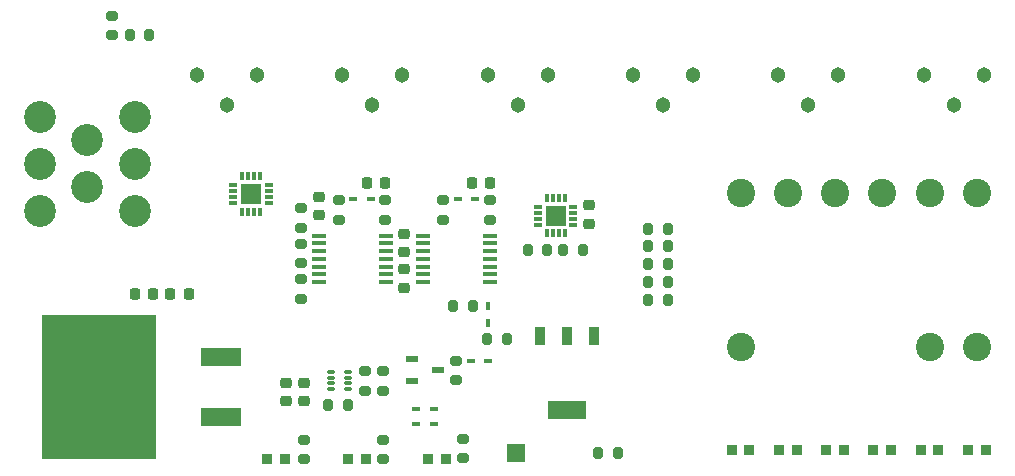
<source format=gbr>
%TF.GenerationSoftware,KiCad,Pcbnew,9.0.2*%
%TF.CreationDate,2025-06-15T01:16:02-07:00*%
%TF.ProjectId,SDM26_BSPD_1.0,53444d32-365f-4425-9350-445f312e302e,rev?*%
%TF.SameCoordinates,Original*%
%TF.FileFunction,Soldermask,Top*%
%TF.FilePolarity,Negative*%
%FSLAX46Y46*%
G04 Gerber Fmt 4.6, Leading zero omitted, Abs format (unit mm)*
G04 Created by KiCad (PCBNEW 9.0.2) date 2025-06-15 01:16:02*
%MOMM*%
%LPD*%
G01*
G04 APERTURE LIST*
G04 Aperture macros list*
%AMRoundRect*
0 Rectangle with rounded corners*
0 $1 Rounding radius*
0 $2 $3 $4 $5 $6 $7 $8 $9 X,Y pos of 4 corners*
0 Add a 4 corners polygon primitive as box body*
4,1,4,$2,$3,$4,$5,$6,$7,$8,$9,$2,$3,0*
0 Add four circle primitives for the rounded corners*
1,1,$1+$1,$2,$3*
1,1,$1+$1,$4,$5*
1,1,$1+$1,$6,$7*
1,1,$1+$1,$8,$9*
0 Add four rect primitives between the rounded corners*
20,1,$1+$1,$2,$3,$4,$5,0*
20,1,$1+$1,$4,$5,$6,$7,0*
20,1,$1+$1,$6,$7,$8,$9,0*
20,1,$1+$1,$8,$9,$2,$3,0*%
G04 Aperture macros list end*
%ADD10RoundRect,0.200000X-0.275000X0.200000X-0.275000X-0.200000X0.275000X-0.200000X0.275000X0.200000X0*%
%ADD11C,2.700000*%
%ADD12RoundRect,0.200000X0.275000X-0.200000X0.275000X0.200000X-0.275000X0.200000X-0.275000X-0.200000X0*%
%ADD13C,2.400000*%
%ADD14R,1.500000X1.500000*%
%ADD15R,0.950000X0.950000*%
%ADD16C,1.303000*%
%ADD17RoundRect,0.225000X-0.250000X0.225000X-0.250000X-0.225000X0.250000X-0.225000X0.250000X0.225000X0*%
%ADD18R,0.800000X0.300000*%
%ADD19R,0.300000X0.800000*%
%ADD20R,1.750000X1.750000*%
%ADD21RoundRect,0.225000X0.250000X-0.225000X0.250000X0.225000X-0.250000X0.225000X-0.250000X-0.225000X0*%
%ADD22R,0.640000X0.420000*%
%ADD23RoundRect,0.225000X-0.225000X-0.250000X0.225000X-0.250000X0.225000X0.250000X-0.225000X0.250000X0*%
%ADD24RoundRect,0.200000X0.200000X0.275000X-0.200000X0.275000X-0.200000X-0.275000X0.200000X-0.275000X0*%
%ADD25R,1.275000X0.450000*%
%ADD26R,0.420000X0.640000*%
%ADD27RoundRect,0.200000X-0.200000X-0.275000X0.200000X-0.275000X0.200000X0.275000X-0.200000X0.275000X0*%
%ADD28RoundRect,0.225000X0.225000X0.250000X-0.225000X0.250000X-0.225000X-0.250000X0.225000X-0.250000X0*%
%ADD29R,3.500000X1.600000*%
%ADD30R,9.750000X12.200000*%
%ADD31R,1.050000X0.600000*%
%ADD32R,0.950000X1.650000*%
%ADD33R,3.250000X1.650000*%
%ADD34RoundRect,0.050000X0.285000X0.100000X-0.285000X0.100000X-0.285000X-0.100000X0.285000X-0.100000X0*%
G04 APERTURE END LIST*
D10*
%TO.C,R5*%
X127800000Y-123275000D03*
X127800000Y-124925000D03*
%TD*%
D11*
%TO.C,J1*%
X113700000Y-109500000D03*
X113700000Y-113500000D03*
X113700000Y-117500000D03*
X109700000Y-111500000D03*
X109700000Y-115500000D03*
X105700000Y-109500000D03*
X105700000Y-113500000D03*
X105700000Y-117500000D03*
%TD*%
D10*
%TO.C,R8*%
X111800000Y-100975000D03*
X111800000Y-102625000D03*
%TD*%
D12*
%TO.C,R25*%
X134700000Y-132725000D03*
X134700000Y-131075000D03*
%TD*%
D13*
%TO.C,RED_TP2*%
X169000000Y-116000000D03*
%TD*%
D14*
%TO.C,TP1*%
X146000000Y-138000000D03*
%TD*%
D15*
%TO.C,LED2*%
X138550000Y-138500000D03*
X140050000Y-138500000D03*
%TD*%
D13*
%TO.C,RED_TP1*%
X165000000Y-116000000D03*
%TD*%
D16*
%TO.C,VR1*%
X119000000Y-106000000D03*
X121540000Y-108540000D03*
X124080000Y-106000000D03*
%TD*%
D12*
%TO.C,R11*%
X134700000Y-138525000D03*
X134700000Y-136875000D03*
%TD*%
%TO.C,R20*%
X140900000Y-131825000D03*
X140900000Y-130175000D03*
%TD*%
D17*
%TO.C,C9*%
X128000000Y-132025000D03*
X128000000Y-133575000D03*
%TD*%
D18*
%TO.C,IC1*%
X150850000Y-118650000D03*
X150850000Y-118150000D03*
X150850000Y-117650000D03*
X150850000Y-117150000D03*
D19*
X150100000Y-116400000D03*
X149600000Y-116400000D03*
X149100000Y-116400000D03*
X148600000Y-116400000D03*
D18*
X147850000Y-117150000D03*
X147850000Y-117650000D03*
X147850000Y-118150000D03*
X147850000Y-118650000D03*
D19*
X148600000Y-119400000D03*
X149100000Y-119400000D03*
X149600000Y-119400000D03*
X150100000Y-119400000D03*
D20*
X149350000Y-117900000D03*
%TD*%
D15*
%TO.C,LED6*%
X180250000Y-137700000D03*
X181750000Y-137700000D03*
%TD*%
D13*
%TO.C,BLACK_TP1*%
X165000000Y-129000000D03*
%TD*%
D12*
%TO.C,R18*%
X134900000Y-118225000D03*
X134900000Y-116575000D03*
%TD*%
D21*
%TO.C,C1*%
X152200000Y-118575000D03*
X152200000Y-117025000D03*
%TD*%
D22*
%TO.C,D5*%
X143650000Y-130200000D03*
X142150000Y-130200000D03*
%TD*%
D23*
%TO.C,C7*%
X113725000Y-124500000D03*
X115275000Y-124500000D03*
%TD*%
D24*
%TO.C,R22*%
X158825000Y-125000000D03*
X157175000Y-125000000D03*
%TD*%
D25*
%TO.C,IC4*%
X143776000Y-123500000D03*
X143776000Y-122850000D03*
X143776000Y-122200000D03*
X143776000Y-121550000D03*
X143776000Y-120900000D03*
X143776000Y-120250000D03*
X143776000Y-119600000D03*
X138100000Y-119600000D03*
X138100000Y-120250000D03*
X138100000Y-120900000D03*
X138100000Y-121550000D03*
X138100000Y-122200000D03*
X138100000Y-122850000D03*
X138100000Y-123500000D03*
%TD*%
D12*
%TO.C,R10*%
X141500000Y-138425000D03*
X141500000Y-136775000D03*
%TD*%
D15*
%TO.C,LED3*%
X131750000Y-138500000D03*
X133250000Y-138500000D03*
%TD*%
D26*
%TO.C,D6*%
X143600000Y-127000000D03*
X143600000Y-125500000D03*
%TD*%
D13*
%TO.C,WHITE_TP2*%
X181000000Y-129000000D03*
%TD*%
D15*
%TO.C,LED1*%
X124950000Y-138500000D03*
X126450000Y-138500000D03*
%TD*%
D24*
%TO.C,R23*%
X145225000Y-128300000D03*
X143575000Y-128300000D03*
%TD*%
D25*
%TO.C,IC3*%
X129300000Y-119600000D03*
X129300000Y-120250000D03*
X129300000Y-120900000D03*
X129300000Y-121550000D03*
X129300000Y-122200000D03*
X129300000Y-122850000D03*
X129300000Y-123500000D03*
X134976000Y-123500000D03*
X134976000Y-122850000D03*
X134976000Y-122200000D03*
X134976000Y-121550000D03*
X134976000Y-120900000D03*
X134976000Y-120250000D03*
X134976000Y-119600000D03*
%TD*%
D24*
%TO.C,R7*%
X114925000Y-102600000D03*
X113275000Y-102600000D03*
%TD*%
D22*
%TO.C,D4*%
X132200000Y-116500000D03*
X133700000Y-116500000D03*
%TD*%
D12*
%TO.C,R15*%
X139800000Y-118225000D03*
X139800000Y-116575000D03*
%TD*%
D15*
%TO.C,LED5*%
X172250000Y-137700000D03*
X173750000Y-137700000D03*
%TD*%
D27*
%TO.C,R2*%
X146975000Y-120800000D03*
X148625000Y-120800000D03*
%TD*%
D13*
%TO.C,RED_TP5*%
X181000000Y-116000000D03*
%TD*%
D15*
%TO.C,LED7*%
X176250000Y-137700000D03*
X177750000Y-137700000D03*
%TD*%
D12*
%TO.C,R26*%
X133200000Y-132725000D03*
X133200000Y-131075000D03*
%TD*%
%TO.C,R19*%
X131000000Y-118225000D03*
X131000000Y-116575000D03*
%TD*%
D18*
%TO.C,IC2*%
X125050000Y-116800000D03*
X125050000Y-116300000D03*
X125050000Y-115800000D03*
X125050000Y-115300000D03*
D19*
X124300000Y-114550000D03*
X123800000Y-114550000D03*
X123300000Y-114550000D03*
X122800000Y-114550000D03*
D18*
X122050000Y-115300000D03*
X122050000Y-115800000D03*
X122050000Y-116300000D03*
X122050000Y-116800000D03*
D19*
X122800000Y-117550000D03*
X123300000Y-117550000D03*
X123800000Y-117550000D03*
X124300000Y-117550000D03*
D20*
X123550000Y-116050000D03*
%TD*%
D16*
%TO.C,VR6*%
X180500000Y-106000000D03*
X183040000Y-108540000D03*
X185580000Y-106000000D03*
%TD*%
D12*
%TO.C,R4*%
X127800000Y-121925000D03*
X127800000Y-120275000D03*
%TD*%
D21*
%TO.C,C4*%
X136500000Y-124000000D03*
X136500000Y-122450000D03*
%TD*%
D27*
%TO.C,R24*%
X130075000Y-133900000D03*
X131725000Y-133900000D03*
%TD*%
D28*
%TO.C,C6*%
X134900000Y-115100000D03*
X133350000Y-115100000D03*
%TD*%
D17*
%TO.C,C3*%
X136500000Y-119450000D03*
X136500000Y-121000000D03*
%TD*%
D29*
%TO.C,IC5*%
X121000000Y-134940000D03*
D30*
X110725000Y-132400000D03*
D29*
X121000000Y-129860000D03*
%TD*%
D27*
%TO.C,R21*%
X152975000Y-138000000D03*
X154625000Y-138000000D03*
%TD*%
D24*
%TO.C,R1*%
X151625000Y-120800000D03*
X149975000Y-120800000D03*
%TD*%
D22*
%TO.C,D3*%
X139050000Y-134300000D03*
X137550000Y-134300000D03*
%TD*%
D15*
%TO.C,LED9*%
X168250000Y-137700000D03*
X169750000Y-137700000D03*
%TD*%
D27*
%TO.C,R17*%
X157175000Y-122000000D03*
X158825000Y-122000000D03*
%TD*%
D31*
%TO.C,Q1*%
X137200000Y-130000000D03*
X137200000Y-131900000D03*
X139400000Y-130950000D03*
%TD*%
D22*
%TO.C,D2*%
X139050000Y-135500000D03*
X137550000Y-135500000D03*
%TD*%
D16*
%TO.C,VR2*%
X131300000Y-106000000D03*
X133840000Y-108540000D03*
X136380000Y-106000000D03*
%TD*%
D28*
%TO.C,C5*%
X143775000Y-115100000D03*
X142225000Y-115100000D03*
%TD*%
%TO.C,C10*%
X118275000Y-124500000D03*
X116725000Y-124500000D03*
%TD*%
D32*
%TO.C,D7*%
X152600000Y-128050000D03*
X150300000Y-128050000D03*
X148000000Y-128050000D03*
D33*
X150300000Y-134350000D03*
%TD*%
D16*
%TO.C,VR3*%
X143620000Y-106000000D03*
X146160000Y-108540000D03*
X148700000Y-106000000D03*
%TD*%
D22*
%TO.C,D1*%
X141050000Y-116500000D03*
X142550000Y-116500000D03*
%TD*%
D24*
%TO.C,R16*%
X158825000Y-120500000D03*
X157175000Y-120500000D03*
%TD*%
D15*
%TO.C,LED8*%
X164250000Y-137700000D03*
X165750000Y-137700000D03*
%TD*%
D21*
%TO.C,C8*%
X126500000Y-133575000D03*
X126500000Y-132025000D03*
%TD*%
D15*
%TO.C,LED4*%
X184250000Y-137700000D03*
X185750000Y-137700000D03*
%TD*%
D12*
%TO.C,R9*%
X128000000Y-138525000D03*
X128000000Y-136875000D03*
%TD*%
D34*
%TO.C,U1*%
X131800000Y-132600000D03*
X131800000Y-132100000D03*
X131800000Y-131600000D03*
X131800000Y-131100000D03*
X130320000Y-131100000D03*
X130320000Y-131600000D03*
X130320000Y-132100000D03*
X130320000Y-132600000D03*
%TD*%
D13*
%TO.C,WHITE_TP1*%
X185000000Y-129000000D03*
%TD*%
%TO.C,RED_TP6*%
X185000000Y-116000000D03*
%TD*%
D12*
%TO.C,R14*%
X143800000Y-118225000D03*
X143800000Y-116575000D03*
%TD*%
D16*
%TO.C,VR4*%
X155900000Y-106000000D03*
X158440000Y-108540000D03*
X160980000Y-106000000D03*
%TD*%
%TO.C,VR5*%
X168200000Y-106000000D03*
X170740000Y-108540000D03*
X173280000Y-106000000D03*
%TD*%
D13*
%TO.C,RED_TP3*%
X173000000Y-116000000D03*
%TD*%
%TO.C,RED_TP4*%
X177000000Y-116000000D03*
%TD*%
D24*
%TO.C,R12*%
X158825000Y-119000000D03*
X157175000Y-119000000D03*
%TD*%
D17*
%TO.C,C2*%
X129300000Y-116325000D03*
X129300000Y-117875000D03*
%TD*%
D27*
%TO.C,R6*%
X140675000Y-125500000D03*
X142325000Y-125500000D03*
%TD*%
D24*
%TO.C,R13*%
X158825000Y-123500000D03*
X157175000Y-123500000D03*
%TD*%
D10*
%TO.C,R3*%
X127800000Y-117275000D03*
X127800000Y-118925000D03*
%TD*%
M02*

</source>
